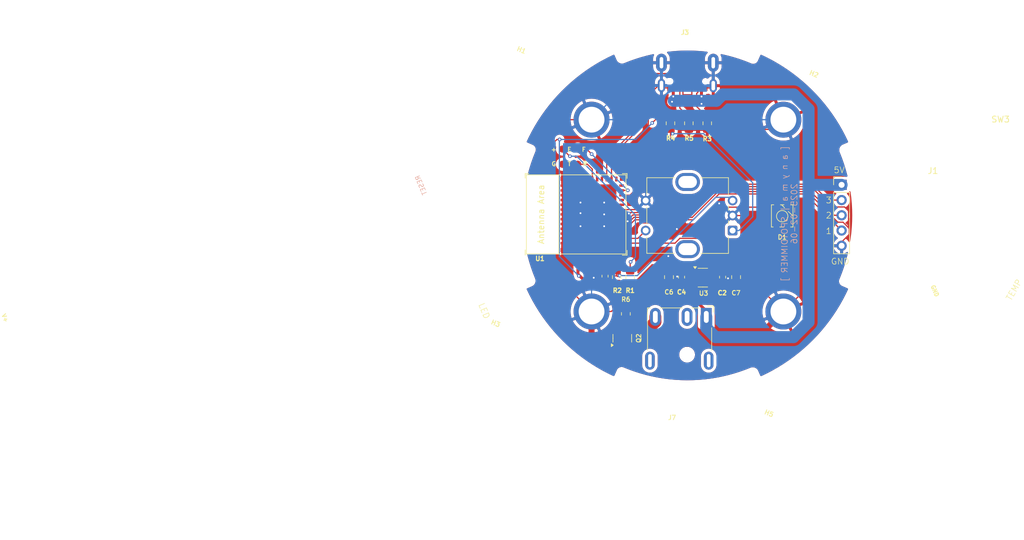
<source format=kicad_pcb>
(kicad_pcb (version 20240108) (generator "pcbnew") (generator_version "8.0")
  (layers (0 "F.Cu" signal) (31 "B.Cu" signal) (34 "B.Paste" user) (35 "F.Paste" user) (36 "B.SilkS" user "B.Silkscreen") (37 "F.SilkS" user "F.Silkscreen") (38 "B.Mask" user) (39 "F.Mask" user) (44 "Edge.Cuts" user))
  (net 0 "")
  (net 1 "GND")
  (net 2 "/en")
  (net 3 "/encb")
  (net 4 "+3V3")
  (net 5 "+5V")
  (net 6 "/pwm")
  (net 7 "/rx")
  (net 8 "/tx")
  (net 9 "/flash")
  (net 10 "/usb+")
  (net 11 "/usb-")
  (net 13 "Net-(J3-CC1)")
  (net 14 "Net-(J3-CC2)")
  (net 16 "/enca")
  (net 18 "/pix")
  (net 19 "/pwm2")
  (net 32 "/pwm3")
  (net 36 "/sw")
  (net 40 "Net-(Q2-D)")
  (net 41 "Net-(Q2-G)")
  (footprint "Anyma06:SK6812-MINI-HS" (layer "F.Cu") (at 204.05 84.024 90)
    (property "Reference" "D1")
    (property "Value" "SK6812MINI")
  )
  (footprint "Connector_PinHeader_2.54mm:PinHeader_1x05_P2.54mm_Vertical" (layer "F.Cu") (at 213.962 78.796)
    (property "Reference" "J1")
    (property "Value" "Conn_01x05")
  )
  (footprint "PCM_Espressif:ESP32-C3-MINI-1" (layer "F.Cu") (at 169.68 83.7236 90)
    (property "Reference" "U1")
    (property "Value" "ESP32-C3-MINI-1")
  )
  (footprint "Capacitor_SMD:C_0805_2012Metric" (layer "F.Cu") (at 196.362499 94.1865 -90)
    (property "Reference" "C7")
    (property "Value" "4u7")
  )
  (footprint "MountingHole:MountingHole_4.3mm_M4_DIN965_Pad" (layer "F.Cu") (at 172.25 99.924 -22.5)
    (property "Reference" "H3")
    (property "Value" "MountingHole")
  )
  (footprint "synkie_footprints:R_0805_2012Metric_Pad1.15x1.40mm_HandSolder" (layer "F.Cu") (at 188.482577 68.524 -90)
    (property "Reference" "R5")
    (property "Value" "5k1")
  )
  (footprint "MountingHole:MountingHole_4.3mm_M4_DIN965_Pad" (layer "F.Cu") (at 204.25 99.924 -22.5)
    (property "Reference" "H5")
    (property "Value" "MountingHole")
  )
  (footprint "Package_TO_SOT_SMD:SOT-23-5" (layer "F.Cu") (at 190.812499 94.274)
    (property "Reference" "U3")
    (property "Value" "XC6220B331MR")
  )
  (footprint "Capacitor_SMD:C_0805_2012Metric" (layer "F.Cu") (at 185.162499 94.1865 90)
    (property "Reference" "C6")
    (property "Value" "10u")
  )
  (footprint "synkie_footprints:R_0805_2012Metric_Pad1.15x1.40mm_HandSolder" (layer "F.Cu") (at 178.6925 94.1865 90)
    (property "Reference" "R1")
    (property "Value" "5k1")
  )
  (footprint "synkie_footprints:R_0805_2012Metric_Pad1.15x1.40mm_HandSolder" (layer "F.Cu") (at 176.4425 94.1865 90)
    (property "Reference" "R2")
    (property "Value" "5k1")
  )
  (footprint "Anyma06:AnymaPOGO-ESP" (layer "F.Cu") (at 169.950001 77.904)
    (property "Reference" "J2" (hide yes))
    (property "Value" "Conn_01x06")
  )
  (footprint "Resistor_SMD:R_0805_2012Metric" (layer "F.Cu") (at 177.97 100.314 90)
    (property "Reference" "R6")
    (property "Value" "5k1")
  )
  (footprint "synkie_footprints:C_0603_1608Metric_Pad1.05x0.95mm_HandSolder" (layer "F.Cu") (at 194.112498 94.1865 -90)
    (property "Reference" "C2")
    (property "Value" "100n")
  )
  (footprint "Connector_BarrelJack:BarrelJack_CUI_PJ-079BH_Horizontal" (layer "F.Cu") (at 191.387501 100.824)
    (property "Reference" "J7")
    (property "Value" "supply")
  )
  (footprint "synkie_footprints:JAE_USB-C_SJ122205" (layer "F.Cu") (at 188.23 61.524 180)
    (property "Reference" "J3")
    (property "Value" "USB_C_Receptacle_USB2.0")
  )
  (footprint "MountingHole:MountingHole_4.3mm_M4_DIN965_Pad" (layer "F.Cu") (at 204.25 67.924 -22.5)
    (property "Reference" "H2")
    (property "Value" "MountingHole")
  )
  (footprint "synkie_footprints:C_0603_1608Metric_Pad1.05x0.95mm_HandSolder" (layer "F.Cu") (at 174.5 94.024 -90)
    (property "Reference" "C1" (hide yes))
    (property "Value" "1u")
  )
  (footprint "Package_TO_SOT_SMD:SOT-23" (layer "F.Cu") (at 177.377501 104.384 90)
    (property "Reference" "Q2")
    (property "Value" "IRLML0030TRPBF")
  )
  (footprint "synkie_footprints:R_0805_2012Metric_Pad1.15x1.40mm_HandSolder" (layer "F.Cu") (at 191.55 68.524 -90)
    (property "Reference" "R3")
    (property "Value" "5k1")
  )
  (footprint "synkie_footprints:R_0805_2012Metric_Pad1.15x1.40mm_HandSolder" (layer "F.Cu") (at 185.415155 68.524 -90)
    (property "Reference" "R4")
    (property "Value" "5k1")
  )
  (footprint "synkie_footprints:C_0603_1608Metric_Pad1.05x0.95mm_HandSolder" (layer "F.Cu") (at 187.2625 94.1865 90)
    (property "Reference" "C4")
    (property "Value" "100n")
  )
  (footprint "MountingHole:MountingHole_4.3mm_M4_DIN965_Pad" (layer "F.Cu") (at 172.25 67.924 -22.5)
    (property "Reference" "H1")
    (property "Value" "MountingHole")
  )
  (footprint "Rotary_Encoder:RotaryEncoder_Bourns_Vertical_PEC12R-3x17F-Sxxxx" (layer "F.Cu") (at 195.7756 86.416 180)
    (property "Reference" "SW3")
    (property "Value" "RotaryEncoder_Switch")
  )
  (gr_line (start 160.901333 96.243348) (end 160.897404 96.246156) (stroke (width 0.0001)) (layer "Edge.Cuts"))
  (gr_arc (start 214.105632 73.180059) (mid 216.237005 83.895195) (end 214.105632 94.610331) (stroke (width 0.0001)) (layer "Edge.Cuts"))
  (gr_line (start 162.233599 72.585117) (end 161.056779 72.061164) (stroke (width 0.0001)) (layer "Edge.Cuts"))
  (gr_arc (start 161.056779 72.061164) (mid 160.874499 71.869073) (end 160.881412 71.604337) (stroke (width 0.0001)) (layer "Edge.Cuts"))
  (gr_arc (start 176.926926 109.898605) (mid 177.121328 109.709412) (end 177.392577 109.706258) (stroke (width 0.0001)) (layer "Edge.Cuts"))
  (gr_arc (start 215.572677 71.547041) (mid 215.534705 71.89478) (end 215.281347 72.135981) (stroke (width 0.0001)) (layer "Edge.Cuts"))
  (gr_arc (start 160.901333 96.243348) (mid 160.939292 95.895606) (end 161.192652 95.654414) (stroke (width 0.0001)) (layer "Edge.Cuts"))
  (gr_arc (start 160.872192 71.600195) (mid 166.930406 62.775803) (end 175.700993 56.63995) (stroke (width 0.0001)) (layer "Edge.Cuts"))
  (gr_line (start 176.875445 57.765396) (end 176.475658 56.845949) (stroke (width 0.0001)) (layer "Edge.Cuts"))
  (gr_line (start 199.598565 110.024994) (end 199.996219 110.939536) (stroke (width 0.0001)) (layer "Edge.Cuts"))
  (gr_arc (start 199.547079 57.891797) (mid 199.352677 58.080992) (end 199.081433 58.084133) (stroke (width 0.0001)) (layer "Edge.Cuts"))
  (gr_arc (start 162.371471 94.60905) (mid 160.240442 83.824455) (end 162.425943 73.050767) (stroke (width 0.0001)) (layer "Edge.Cuts"))
  (gr_line (start 215.601818 96.190195) (end 215.592598 96.186052) (stroke (width 0.0001)) (layer "Edge.Cuts"))
  (gr_arc (start 176.402973 111.075424) (mid 176.210881 111.257708) (end 175.946148 111.250788) (stroke (width 0.0001)) (layer "Edge.Cuts"))
  (gr_arc (start 198.95003 109.7608) (mid 188.165863 111.891505) (end 177.392664 109.70602) (stroke (width 0.0001)) (layer "Edge.Cuts"))
  (gr_line (start 160.872192 71.600195) (end 160.881412 71.604337) (stroke (width 0.0001)) (layer "Edge.Cuts"))
  (gr_line (start 175.942005 111.260008) (end 175.946148 111.250788) (stroke (width 0.0001)) (layer "Edge.Cuts"))
  (gr_line (start 215.572677 71.547041) (end 215.576606 71.544234) (stroke (width 0.0001)) (layer "Edge.Cuts"))
  (gr_arc (start 177.521869 58.026568) (mid 188.237005 55.895195) (end 198.952141 58.026568) (stroke (width 0.0001)) (layer "Edge.Cuts"))
  (gr_arc (start 175.942005 111.260008) (mid 167.11761 105.201795) (end 160.98176 96.431207) (stroke (width 0.0001)) (layer "Edge.Cuts"))
  (gr_arc (start 175.888852 56.559523) (mid 176.234198 56.596319) (end 176.475658 56.845949) (stroke (width 0.0001)) (layer "Edge.Cuts"))
  (gr_arc (start 198.952141 109.763822) (mid 199.328793 109.762159) (end 199.598565 110.024994) (stroke (width 0.0001)) (layer "Edge.Cuts"))
  (gr_arc (start 215.417226 95.729224) (mid 215.59951 95.921316) (end 215.592598 96.186052) (stroke (width 0.0001)) (layer "Edge.Cuts"))
  (gr_arc (start 175.700993 56.63995) (mid 175.793447 56.597615) (end 175.886044 56.555594) (stroke (width 0.0001)) (layer "Edge.Cuts"))
  (gr_arc (start 200.532005 56.530382) (mid 209.356399 62.588595) (end 215.49225 71.359183) (stroke (width 0.0001)) (layer "Edge.Cuts"))
  (gr_line (start 200.532005 56.530382) (end 200.527863 56.539602) (stroke (width 0.0001)) (layer "Edge.Cuts"))
  (gr_arc (start 214.048067 94.739623) (mid 214.074707 94.674026) (end 214.105858 94.610448) (stroke (width 0.0001)) (layer "Edge.Cuts"))
  (gr_arc (start 215.601818 96.190195) (mid 209.543606 105.014591) (end 200.773017 111.15044) (stroke (width 0.0001)) (layer "Edge.Cuts"))
  (gr_line (start 176.926925 109.898605) (end 176.402973 111.075424) (stroke (width 0.0001)) (layer "Edge.Cuts"))
  (gr_line (start 214.366804 72.533635) (end 215.281347 72.135981) (stroke (width 0.0001)) (layer "Edge.Cuts"))
  (gr_line (start 162.107284 95.256721) (end 161.192652 95.654414) (stroke (width 0.0001)) (layer "Edge.Cuts"))
  (gr_line (start 200.585159 111.230867) (end 200.587966 111.234796) (stroke (width 0.0001)) (layer "Edge.Cuts"))
  (gr_arc (start 177.521869 58.026568) (mid 177.145212 58.028238) (end 176.875445 57.765396) (stroke (width 0.0001)) (layer "Edge.Cuts"))
  (gr_line (start 199.547079 57.891797) (end 200.071012 56.715024) (stroke (width 0.0001)) (layer "Edge.Cuts"))
  (gr_arc (start 215.49225 71.359183) (mid 215.534585 71.451637) (end 215.576606 71.544234) (stroke (width 0.0001)) (layer "Edge.Cuts"))
  (gr_line (start 175.888852 56.559523) (end 175.886044 56.555594) (stroke (width 0.0001)) (layer "Edge.Cuts"))
  (gr_arc (start 162.233599 72.585117) (mid 162.422795 72.77952) (end 162.425943 73.050767) (stroke (width 0.0001)) (layer "Edge.Cuts"))
  (gr_line (start 214.240407 95.20527) (end 215.417226 95.729224) (stroke (width 0.0001)) (layer "Edge.Cuts"))
  (gr_arc (start 200.071012 56.715024) (mid 200.263115 56.532697) (end 200.527863 56.539602) (stroke (width 0.0001)) (layer "Edge.Cuts"))
  (gr_arc (start 162.368378 94.610331) (mid 162.370068 94.986939) (end 162.107284 95.256721) (stroke (width 0.0001)) (layer "Edge.Cuts"))
  (gr_arc (start 200.773017 111.15044) (mid 200.680563 111.192775) (end 200.587966 111.234796) (stroke (width 0.0001)) (layer "Edge.Cuts"))
  (gr_arc (start 199.081433 58.084133) (mid 199.015839 58.057492) (end 198.952263 58.02634) (stroke (width 0.0001)) (layer "Edge.Cuts"))
  (gr_arc (start 200.585159 111.230867) (mid 200.237421 111.192895) (end 199.996219 110.939536) (stroke (width 0.0001)) (layer "Edge.Cuts"))
  (gr_arc (start 214.240407 95.20527) (mid 214.051215 95.010869) (end 214.048067 94.739623) (stroke (width 0.0001)) (layer "Edge.Cuts"))
  (gr_arc (start 160.98176 96.431207) (mid 160.939425 96.338753) (end 160.897404 96.246156) (stroke (width 0.0001)) (layer "Edge.Cuts"))
  (gr_arc (start 214.105632 73.180059) (mid 214.103968 72.803408) (end 214.366804 72.533635) (stroke (width 0.0001)) (layer "Edge.Cuts"))
  (gr_text "RESET" (at 143.55 77.024 112.5) (layer "B.SilkS") (effects (font (size 0.76 0.76) (thickness 0.1)) (justify left bottom mirror)))
  (gr_text "[ a n y m a | SPOTDIMMER ]\n2025-02-06\n" (at 206.6468 83.622 90) (layer "B.SilkS") (effects (font (size 1 1) (thickness 0.1)) (justify bottom mirror)))
  (gr_text "GND" (at 228.7448 95.6108 -67.5) (layer "F.SilkS") (effects (font (size 0.65 0.65) (thickness 1)) (justify left bottom)))
  (gr_text "3" (at 211.2696 81.9456 0) (layer "F.SilkS") (effects (font (size 1 1) (thickness 0.1)) (justify left bottom)))
  (gr_text "GND" (at 212.1332 92.1564 0) (layer "F.SilkS") (effects (font (size 1 1) (thickness 0.1)) (justify left bottom)))
  (gr_text "1" (at 211.2696 87.0764 0) (layer "F.SilkS") (effects (font (size 1 1) (thickness 0.1)) (justify left bottom)))
  (gr_text "LED" (at 153.25 98.724 -67.5) (layer "F.SilkS") (effects (font (size 1 1) (thickness 0.1)) (justify left bottom)))
  (gr_text "TEMP" (at 242.25 98.324 60) (layer "F.SilkS") (effects (font (size 1 1) (thickness 0.1)) (justify left bottom)))
  (gr_text "5V" (at 212.5904 76.9164 0) (layer "F.SilkS") (effects (font (size 1 1) (thickness 0.1)) (justify left bottom)))
  (gr_text "2" (at 211.2696 84.4856 0) (layer "F.SilkS") (effects (font (size 1 1) (thickness 0.1)) (justify left bottom)))
  (gr_text "V+" (at 73.75 100.424 -67.5) (layer "F.SilkS") (effects (font (size 0.65 0.65) (thickness 1)) (justify left bottom)))
  (segment (start 202.624999 69.549001) (end 204.25 67.924) (width 0.2) (layer "F.Cu") (net 1))
  (segment (start 199.4625 95.1365) (end 204.25 99.924) (width 0.2) (layer "F.Cu") (net 1))
  (segment (start 174.5 94.899) (end 173.2198 94.899) (width 0.2) (layer "F.Cu") (net 1))
  (segment (start 184.309999 62.624) (end 183.909999 62.224) (width 0.2) (layer "F.Cu") (net 1))
  (segment (start 204.25 99.924) (end 213.962 90.212) (width 0.2) (layer "F.Cu") (net 1))
  (segment (start 178.327501 105.3215) (end 178.327501 108.385299) (width 1) (layer "F.Cu") (net 1))
  (segment (start 176.38 87.7236) (end 175.3148 86.6584) (width 0.2) (layer "F.Cu") (net 1))
  (segment (start 177.132 108.385299) (end 178.363615 108.385299) (width 1) (layer "F.Cu") (net 1))
  (segment (start 214.4516 82.486) (end 212.260314 82.486) (width 0.2) (layer "F.Cu") (net 1))
  (segment (start 191.33 62.623999) (end 192.175001 62.623999) (width 0.2) (layer "F.Cu") (net 1))
  (segment (start 178.51278 84.6236) (end 178.26278 84.8736) (width 0.2) (layer "F.Cu") (net 1))
  (segment (start 189.2224 73.4692) (end 188.482577 72.729377) (width 0.2) (layer "F.Cu") (net 1))
  (segment (start 172.380001 85.6986) (end 172.38 85.698601) (width 0.2) (layer "F.Cu") (net 1))
  (segment (start 189.052658 84.2188) (end 179.306974 84.2188) (width 0.2) (layer "F.Cu") (net 1))
  (segment (start 187.1875 93.2365) (end 187.2625 93.3115) (width 0.2) (layer "F.Cu") (net 1))
  (segment (start 195.0136 94.3916) (end 194.782398 94.3916) (width 0.2) (layer "F.Cu") (net 1))
  (segment (start 192.175001 62.623999) (end 192.55 62.249) (width 0.2) (layer "F.Cu") (net 1))
  (segment (start 188.482577 72.729377) (end 188.482577 69.549001) (width 0.2) (layer "F.Cu") (net 1))
  (segment (start 193.355458 79.916) (end 189.052658 84.2188) (width 0.2) (layer "F.Cu") (net 1))
  (segment (start 178.5036 97.4904) (end 177.973345 97.4904) (width 0.2) (layer "F.Cu") (net 1))
  (segment (start 189.674999 94.274) (end 189.487799 94.0868) (width 0.2) (layer "F.Cu") (net 1))
  (segment (start 196.3625 95.1365) (end 194.187498 95.1365) (width 0.2) (layer "F.Cu") (net 1))
  (segment (start 177.330001 77.773601) (end 177.880001 77.773601) (width 0.2) (layer "F.Cu") (net 1))
  (segment (start 167.430001 95.104001) (end 172.25 99.924) (width 0.2) (layer "F.Cu") (net 1))
  (segment (start 177.28 89.6236) (end 177.33 89.6736) (width 0.2) (layer "F.Cu") (net 1))
  (segment (start 164.870001 75.364) (end 163.476001 73.97) (width 0.2) (layer "F.Cu") (net 1))
  (segment (start 175.539745 99.924) (end 172.25 99.924) (width 0.2) (layer "F.Cu") (net 1))
  (segment (start 213.962 88.956) (end 213.962 88.324738) (width 0.2) (layer "F.Cu") (net 1))
  (segment (start 177.28 86.923598) (end 175.579998 86.923598) (width 0.2) (layer "F.Cu") (net 1))
  (segment (start 178.622049 83.4188) (end 178.467249 83.5736) (width 0.2) (layer "F.Cu") (net 1))
  (segment (start 191.55 69.549001) (end 202.624999 69.549001) (width 0.2) (layer "F.Cu") (net 1))
  (segment (start 163.476001 73.97) (end 163.476001 71.369999) (width 0.2) (layer "F.Cu") (net 1))
  (segment (start 181.2756 81.416) (end 189.2224 73.4692) (width 0.2) (layer "F.Cu") (net 1))
  (segment (start 215.232 86.059654) (end 215.105373 85.933027) (width 0.2) (layer "F.Cu") (net 1))
  (segment (start 179.306974 84.2188) (end 178.902174 84.6236) (width 0.2) (layer "F.Cu") (net 1))
  (segment (start 215.105373 85.933027) (end 214.198346 85.026) (width 0.2) (layer "F.Cu") (net 1))
  (segment (start 189.674999 94.274) (end 188.225 94.274) (width 0.2) (layer "F.Cu") (net 1))
  (segment (start 169.179999 89.6236) (end 167.479999 89.6236) (width 0.2) (layer "F.Cu") (net 1))
  (segment (start 167.430001 77.773602) (end 167.430001 95.104001) (width 0.2) (layer "F.Cu") (net 1))
  (segment (start 191.55 69.549001) (end 188.482577 69.549001) (width 0.2) (layer "F.Cu") (net 1))
  (segment (start 181.439914 105.309) (end 198.865 105.309) (width 1) (layer "F.Cu") (net 1))
  (segment (start 213.962 90.212) (end 213.962 88.956) (width 0.2) (layer "F.Cu") (net 1))
  (segment (start 195.7756 83.916) (end 203.248002 83.916) (width 0.2) (layer "F.Cu") (net 1))
  (segment (start 167.430001 77.075472) (end 167.430001 77.773602) (width 0.2) (layer "F.Cu") (net 1))
  (segment (start 179.926 85.146) (end 187.9016 85.146) (width 0.2) (layer "F.Cu") (net 1))
  (segment (start 215.112 83.1464) (end 214.4516 82.486) (width 0.2) (layer "F.Cu") (net 1))
  (segment (start 212.260314 82.486) (end 208.868714 79.0944) (width 0.2) (layer "F.Cu") (net 1))
  (segment (start 166.922 67.924) (end 172.25 67.924) (width 0.2) (layer "F.Cu") (net 1))
  (segment (start 176.444499 108.385299) (end 172.25 104.1908) (width 1) (layer "F.Cu") (net 1))
  (segment (start 177.880001 77.773601) (end 181.722225 73.931377) (width 0.2) (layer "F.Cu") (net 1))
  (segment (start 170.404999 83.5204) (end 170.404999 85.6986) (width 0.2) (layer "F.Cu") (net 1))
  (segment (start 165.718529 75.364) (end 167.430001 77.075472) (width 0.2) (layer "F.Cu") (net 1))
  (segment (start 193.045686 79.0944) (end 188.721286 83.4188) (width 0.2) (layer "F.Cu") (net 1))
  (segment (start 204.94 82.224002) (end 211.671998 88.956) (width 0.2) (layer "F.Cu") (net 1))
  (segment (start 214.198346 85.026) (end 213.327114 85.026) (width 0.2) (layer "F.Cu") (net 1))
  (segment (start 213.962 88.324738) (end 215.232 87.054738) (width 0.2) (layer "F.Cu") (net 1))
  (segment (start 211.671998 88.956) (end 213.962 88.956) (width 0.2) (layer "F.Cu") (net 1))
  (segment (start 177.132 108.385299) (end 176.444499 108.385299) (width 1) (layer "F.Cu") (net 1))
  (segment (start 176.38 89.6236) (end 176.38 87.7236) (width 0.2) (layer "F.Cu") (net 1))
  (segment (start 183.409999 62.224) (end 183.909999 62.224) (width 0.2) (layer "F.Cu") (net 1))
  (segment (start 167.48 83.7236) (end 174.355 83.7236) (width 0.2) (layer "F.Cu") (net 1))
  (segment (start 208.868714 79.0944) (end 193.045686 79.0944) (width 0.2) (layer "F.Cu") (net 1))
  (segment (start 185.162498 93.2365) (end 187.1875 93.2365) (width 0.2) (layer "F.Cu") (net 1))
  (segment (start 188.225 94.274) (end 187.2625 93.3115) (width 0.2) (layer "F.Cu") (net 1))
  (segment (start 187.9016 85.146) (end 186.8856 86.162) (width 0.2) (layer "F.Cu") (net 1))
  (segment (start 164.870001 75.364) (end 165.718529 75.364) (width 0.2) (layer "F.Cu") (net 1))
  (segment (start 189.487799 94.0868) (end 186.53 94.0868) (width 0.2) (layer "F.Cu") (net 1))
  (segment (start 170.404999 81.7486) (end 170.404999 83.5204) (width 0.2) (layer "F.Cu") (net 1))
  (segment (start 167.479999 89.6236) (end 167.430001 89.673598) (width 0.2) (layer "F.Cu") (net 1))
  (segment (start 178.327501 108.385299) (end 177.132 108.385299) (width 1) (layer "F.Cu") (net 1))
  (segment (start 175.3148 86.6584) (end 174.355 85.6986) (width 0.2) (layer "F.Cu") (net 1))
  (segment (start 172.25 104.1908) (end 172.25 99.924) (width 1) (layer "F.Cu") (net 1))
  (segment (start 208.217114 79.916) (end 193.355458 79.916) (width 0.2) (layer "F.Cu") (net 1))
  (segment (start 177.28 86.923598) (end 178.148402 86.923598) (width 0.2) (layer "F.Cu") (net 1))
  (segment (start 198.865 105.309) (end 204.25 99.924) (width 1) (layer "F.Cu") (net 1))
  (segment (start 194.782398 94.3916) (end 194.112498 95.0615) (width 0.2) (layer "F.Cu") (net 1))
  (segment (start 172.380001 81.748601) (end 172.380001 85.6986) (width 0.2) (layer "F.Cu") (net 1))
  (segment (start 185.162498 93.2365) (end 182.7575 93.2365) (width 0.2) (layer "F.Cu") (net 1))
  (segment (start 182.7575 93.2365) (end 178.5036 97.4904) (width 0.2) (layer "F.Cu") (net 1))
  (segment (start 181.722225 63.911774) (end 183.409999 62.224) (width 0.2) (layer "F.Cu") (net 1))
  (segment (start 163.476001 71.369999) (end 166.922 67.924) (width 0.2) (layer "F.Cu") (net 1))
  (segment (start 194.187498 95.1365) (end 194.112498 95.0615) (width 0.2) (layer "F.Cu") (net 1))
  (segment (start 178.148402 86.923598) (end 179.926 85.146) (width 0.2) (layer "F.Cu") (net 1))
  (segment (start 178.902174 84.6236) (end 178.51278 84.6236) (width 0.2) (layer "F.Cu") (net 1))
  (segment (start 185.130001 62.624) (end 184.309999 62.624) (width 0.2) (layer "F.Cu") (net 1))
  (segment (start 186.8856 86.162) (end 186.4792 86.162) (width 0.2) (layer "F.Cu") (net 1))
  (segment (start 176.38 89.6236) (end 177.28 89.6236) (width 0.2) (layer "F.Cu") (net 1))
  (segment (start 215.105373 85.933027) (end 215.112 85.9264) (width 0.2) (layer "F.Cu") (net 1))
  (segment (start 174.355 83.7236) (end 174.355 85.6986) (width 0.2) (layer "F.Cu") (net 1))
  (segment (start 215.232 87.054738) (end 215.232 86.059654) (width 0.2) (layer "F.Cu") (net 1))
  (segment (start 177.973345 97.4904) (end 175.539745 99.924) (width 0.2) (layer "F.Cu") (net 1))
  (segment (start 203.248002 83.916) (end 204.94 82.224002) (width 0.2) (layer "F.Cu") (net 1))
  (segment (start 196.3625 95.1365) (end 199.4625 95.1365) (width 0.2) (layer "F.Cu") (net 1))
  (segment (start 215.112 85.9264) (end 215.112 83.1464) (width 0.2) (layer "F.Cu") (net 1))
  (segment (start 173.2198 94.899) (end 172.6108 94.29) (width 0.2) (layer "F.Cu") (net 1))
  (segment (start 213.327114 85.026) (end 208.217114 79.916) (width 0.2) (layer "F.Cu") (net 1))
  (segment (start 178.363615 108.385299) (end 181.439914 105.309) (width 1) (layer "F.Cu") (net 1))
  (segment (start 174.355 81.748598) (end 174.355 85.6986) (width 0.2) (layer "F.Cu") (net 1))
  (segment (start 188.721286 83.4188) (end 178.622049 83.4188) (width 0.2) (layer "F.Cu") (net 1))
  (segment (start 181.722225 73.931377) (end 181.722225 63.911774) (width 0.2) (layer "F.Cu") (net 1))
  (segment (start 175.579998 86.923598) (end 175.3148 86.6584) (width 0.2) (layer "F.Cu") (net 1))
  (via (at 170.404999 81.7486) (size 0.6) (drill 0.3) (layers "F.Cu" "B.Cu") (net 1))
  (via (at 195.0136 94.3916) (size 0.6) (drill 0.3) (layers "F.Cu" "B.Cu") (net 1))
  (via (at 186.4792 86.162) (size 0.6) (drill 0.3) (layers "F.Cu" "B.Cu") (net 1))
  (via (at 178.467249 83.5736) (size 0.6) (drill 0.3) (layers "F.Cu" "B.Cu") (net 1))
  (via (at 174.355 83.7236) (size 0.6) (drill 0.3) (layers "F.Cu" "B.Cu") (net 1))
  (via (at 178.26278 84.8736) (size 0.6) (drill 0.3) (layers "F.Cu" "B.Cu") (net 1))
  (via (at 170.404999 83.5204) (size 0.6) (drill 0.3) (layers "F.Cu" "B.Cu") (net 1))
  (via (at 174.355 81.748598) (size 0.6) (drill 0.3) (layers "F.Cu" "B.Cu") (net 1))
  (via (at 193.5404 81.8948) (size 0.6) (drill 0.3) (layers "F.Cu" "B.Cu") (net 1))
  (via (at 185.0568 90.6832) (size 0.6) (drill 0.3) (layers "F.Cu" "B.Cu") (net 1))
  (via (at 170.404999 85.6986) (size 0.6) (drill 0.3) (layers "F.Cu" "B.Cu") (net 1))
  (via (at 186.53 94.0868) (size 0.6) (drill 0.3) (layers "F.Cu" "B.Cu") (net 1))
  (via (at 174.355 85.6986) (size 0.6) (drill 0.3) (layers "F.Cu" "B.Cu") (net 1))
  (via (at 172.6108 94.29) (size 0.6) (drill 0.3) (layers "F.Cu" "B.Cu") (net 1))
  (segment (start 183.91 62.223999) (end 183.909999 62.224) (width 0.2) (layer "B.Cu") (net 1))
  (segment (start 182.039689 67.2136) (end 182.166689 67.0866) (width 0.2) (layer "B.Cu") (net 1))
  (segment (start 172.6108 94.29) (end 172.6108 94.7472) (width 0.2) (layer "B.Cu") (net 1))
  (segment (start 186.0216 86.162) (end 181.2756 81.416) (width 0.2) (layer "B.Cu") (net 1))
  (segment (start 177.77318 84.384) (end 178.26278 84.8736) (width 0.2) (layer "B.Cu") (net 1))
  (segment (start 183.909999 66.625599) (end 185.2084 67.924) (width 0.2) (layer "B.Cu") (net 1))
  (segment (start 181.6024 67.2136) (end 182.039689 67.2136) (width 0.2) (layer "B.Cu") (net 1))
  (segment (start 174.5412 84.2316) (end 174.3888 84.384) (width 0.2) (layer "B.Cu") (net 1))
  (segment (start 192.55 58.424) (end 183.91 58.424) (width 0.2) (layer "B.Cu") (net 1))
  (segment (start 181.2756 72.244889) (end 181.2756 81.416) (width 0.2) (layer "B.Cu") (net 1))
  (segment (start 185.2084 67.924) (end 204.25 67.924) (width 0.2) (layer "B.Cu") (net 1))
  (segment (start 194.8104 94.1884) (end 195.0136 94.3916) (width 0.2) (layer "B.Cu") (net 1))
  (segment (start 180.892 67.924) (end 181.6024 67.2136) (width 0.2) (layer "B.Cu") (net 1))
  (segment (start 174.5412 92.8168) (end 174.5412 84.2316) (width 0.2) (layer "B.Cu") (net 1))
  (segment (start 186.53 94.0868) (end 186.6316 94.1884) (width 0.2) (layer "B.Cu") (net 1))
  (segment (start 175.1762 83.5966) (end 174.482 83.5966) (width 0.2) (layer "B.Cu") (net 1))
  (segment (start 172.6108 94.7472) (end 172.4838 94.8742) (width 0.2) (layer "B.Cu") (net 1))
  (segment (start 186.4792 86.162) (end 186.0216 86.162) (width 0.2) (layer "B.Cu") (net 1))
  (segment (start 186.6316 94.1884) (end 194.8104 94.1884) (width 0.2) (layer "B.Cu") (net 1))
  (segment (start 172.25 67.924) (end 181.75 58.424) (width 0.2) (layer "B.Cu") (net 1))
  (segment (start 175.2778 83.495) (end 175.6068 83.166) (width 0.2) (layer "B.Cu") (net 1))
  (segment (start 184.371 67.0866) (end 184.371 69.149489) (width 0.2) (layer "B.Cu") (net 1))
  (segment (start 172.4838 94.8742) (end 172.25 95.108) (width 0.2) (layer "B.Cu") (net 1))
  (segment (start 175.6068 83.166) (end 178.059649 83.166) (width 0.2) (layer "B.Cu") (net 1))
  (segment (start 172.4838 94.8742) (end 174.5412 92.8168) (width 0.2) (layer "B.Cu") (net 1))
  (segment (start 184.371 69.149489) (end 181.2756 72.244889) (width 0.2) (layer "B.Cu") (net 1))
  (segment (start 175.2778 83.495) (end 174.5412 84.2316) (width 0.2) (layer "B.Cu") (net 1))
  (segment (start 174.3888 84.384) (end 177.77318 84.384) (width 0.2) (layer "B.Cu") (net 1))
  (segment (start 182.166689 67.0866) (end 184.371 67.0866) (width 0.2) (layer "B.Cu") (net 1))
  (segment (start 172.25 67.924) (end 180.892 67.924) (width 0.2) (layer "B.Cu") (net 1))
  (segment (start 172.25 95.108) (end 172.25 99.924) (width 0.2) (layer "B.Cu") (net 1))
  (segment (start 181.75 58.424) (end 183.91 58.424) (width 0.2) (layer "B.Cu") (net 1))
  (segment (start 192.55 58.424) (end 192.55 62.249) (width 0.2) (layer "B.Cu") (net 1))
  (segment (start 178.059649 83.166) (end 178.467249 83.5736) (width 0.2) (layer "B.Cu") (net 1))
  (segment (start 183.909999 62.224) (end 183.909999 66.625599) (width 0.2) (layer "B.Cu") (net 1))
  (segment (start 175.2778 83.495) (end 175.1762 83.5966) (width 0.2) (layer "B.Cu") (net 1))
  (segment (start 174.482 83.5966) (end 174.355 83.7236) (width 0.2) (layer "B.Cu") (net 1))
  (segment (start 183.91 58.424) (end 183.91 62.223999) (width 0.2) (layer "B.Cu") (net 1))
  (segment (start 168.6068 74.0208) (end 168.6484 74.0208) (width 0.2) (layer "F.Cu") (net 2))
  (segment (start 177.8175 92.286499) (end 175.362501 92.286499) (width 0.2) (layer "F.Cu") (net 2))
  (segment (start 175.362501 92.286499) (end 174.5 93.149) (width 0.2) (layer "F.Cu") (net 2))
  (segment (start 178.6925 91.7135) (end 178.7576 91.6484) (width 0.2) (layer "F.Cu") (net 2))
  (segment (start 167.41 72.824) (end 168.6068 74.0208) (width 0.2) (layer "F.Cu") (net 2))
  (segment (start 178.6925 93.161499) (end 178.6925 91.7135) (width 0.2) (layer "F.Cu") (net 2))
  (segment (start 173.979999 89.623598) (end 173.979999 92.628999) (width 0.2) (layer "F.Cu") (net 2))
  (segment (start 173.979999 92.628999) (end 174.5 93.149) (width 0.2) (layer "F.Cu") (net 2))
  (segment (start 178.6925 93.161499) (end 177.8175 92.286499) (width 0.2) (layer "F.Cu") (net 2))
  (via (at 168.6484 74.0208) (size 0.6) (drill 0.3) (layers "F.Cu" "B.Cu") (net 2))
  (via (at 178.7576 91.6484) (size 0.6) (drill 0.3) (layers "F.Cu" "B.Cu") (net 2))
  (segment (start 179.5704 83.8252) (end 169.766 74.0208) (width 0.2) (layer "B.Cu") (net 2))
  (segment (start 169.766 74.0208) (end 168.6484 74.0208) (width 0.2) (layer "B.Cu") (net 2))
  (segment (start 179.5704 90.8356) (end 179.5704 83.8252) (width 0.2) (layer "B.Cu") (net 2))
  (segment (start 178.7576 91.6484) (end 179.5704 90.8356) (width 0.2) (layer "B.Cu") (net 2))
  (segment (start 176.4425 93.9561) (end 176.4604 93.974) (width 0.2) (layer "F.Cu") (net 3))
  (segment (start 176.4425 93.161499) (end 176.4425 93.9561) (width 0.2) (layer "F.Cu") (net 3))
  (segment (start 176.5732 94.0868) (end 176.4604 93.974) (width 0.2) (layer "F.Cu") (net 3))
  (segment (start 171.58 91.5828) (end 171.58 89.623601) (width 0.2) (layer "F.Cu") (net 3))
  (segment (start 176.4604 93.974) (end 173.9712 93.974) (width 0.2) (layer "F.Cu") (net 3))
  (segment (start 173.9712 93.974) (end 171.58 91.5828) (width 0.2) (layer "F.Cu") (net 3))
  (segment (start 176.4425 93.4481) (end 176.9288 93.9344) (width 0.2) (layer "F.Cu") (net 3))
  (segment (start 176.4425 93.161499) (end 176.4425 93.4481) (width 0.2) (layer "F.Cu") (net 3))
  (via (at 176.9288 93.9344) (size 0.6) (drill 0.3) (layers "F.Cu" "B.Cu") (net 3))
  (segment (start 195.2384 80.8788) (end 195.7756 81.416) (width 0.2) (layer "B.Cu") (net 3))
  (segment (start 176.9288 93.9344) (end 179.8752 93.9344) (width 0.2) (layer "B.Cu") (net 3))
  (segment (start 192.9308 80.8788) (end 195.2384 80.8788) (width 0.2) (layer "B.Cu") (net 3))
  (segment (start 179.8752 93.9344) (end 192.9308 80.8788) (width 0.2) (layer "B.Cu") (net 3))
  (segment (start 164.870001 72.824) (end 166.470001 71.224) (width 0.2) (layer "F.Cu") (net 4))
  (segment (start 196.274997 93.324001) (end 196.362498 93.2365) (width 0.5) (layer "F.Cu") (net 4))
  (segment (start 169.98 93.6912) (end 169.98 89.6236) (width 0.5) (layer "F.Cu") (net 4))
  (segment (start 179.474426 95.211501) (end 176.4425 95.211501) (width 0.5) (layer "F.Cu") (net 4))
  (segment (start 182.399427 92.2865) (end 179.474426 95.211501) (width 0.5) (layer "F.Cu") (net 4))
  (segment (start 183.338601 67.498999) (end 182.372225 68.465375) (width 0.2) (layer "F.Cu") (net 4))
  (segment (start 191.949999 93.324001) (end 190.912498 92.2865) (width 0.5) (layer "F.Cu") (net 4))
  (segment (start 176.4425 95.211501) (end 175.780001 95.874) (width 0.5) (layer "F.Cu") (net 4))
  (segment (start 191.949999 93.324001) (end 196.274997 93.324001) (width 0.5) (layer "F.Cu") (net 4))
  (segment (start 185.415155 67.498999) (end 183.338601 67.498999) (width 0.2) (layer "F.Cu") (net 4))
  (segment (start 170.1216 93.9852) (end 170.274 93.9852) (width 0.2) (layer "F.Cu") (net 4))
  (segment (start 172.1628 95.874) (end 169.98 93.6912) (width 0.5) (layer "F.Cu") (net 4))
  (segment (start 175.780001 95.874) (end 172.1628 95.874) (width 0.5) (layer "F.Cu") (net 4))
  (segment (start 190.912498 92.2865) (end 182.399427 92.2865) (width 0.5) (layer "F.Cu") (net 4))
  (segment (start 203.16 92.2396) (end 203.16 85.864001) (width 0.5) (layer "F.Cu") (net 4))
  (segment (start 196.362498 93.2365) (end 202.1631 93.2365) (width 0.5) (layer "F.Cu") (net 4))
  (segment (start 166.470001 71.224) (end 166.9212 71.224) (width 0.2) (layer "F.Cu") (net 4))
  (segment (start 202.1631 93.2365) (end 203.16 92.2396) (width 0.5) (layer "F.Cu") (net 4))
  (via (at 170.1216 93.9852) (size 0.6) (drill 0.3) (layers "F.Cu" "B.Cu") (net 4))
  (via (at 166.9212 71.224) (size 0.6) (drill 0.3) (layers "F.Cu" "B.Cu") (net 4))
  (via (at 182.372225 68.465375) (size 0.6) (drill 0.3) (layers "F.Cu" "B.Cu") (net 4))
  (segment (start 166.879999 71.265201) (end 166.9212 71.224) (width 0.2) (layer "B.Cu") (net 4))
  (segment (start 170.1216 93.9852) (end 166.879999 90.743599) (width 0.2) (layer "B.Cu") (net 4))
  (segment (start 182.372225 68.465375) (end 179.6136 71.224) (width 0.2) (layer "B.Cu") (net 4))
  (segment (start 179.6136 71.224) (end 166.9212 71.224) (width 0.2) (layer "B.Cu") (net 4))
  (segment (start 166.879999 90.743599) (end 166.879999 71.265201) (width 0.2) (layer "B.Cu") (net 4))
  (segment (start 185.879999 64.724979) (end 185.671889 64.933089) (width 0.5) (layer "F.Cu") (net 5))
  (segment (start 185.879999 64.064) (end 185.879999 64.683999) (width 0.5) (layer "F.Cu") (net 5))
  (segment (start 182.2799 95.1365) (end 185.1625 95.1365) (width 0.2) (layer "F.Cu") (net 5))
  (segment (start 177.97 99.4015) (end 178.0149 99.4015) (width 0.2) (layer "F.Cu") (net 5))
  (segment (start 190.58 64.05) (end 190.594 64.064) (width 0.5) (layer "F.Cu") (net 5))
  (segment (start 190.787499 93.416699) (end 190.787499 95.163301) (width 0.5) (layer "F.Cu") (net 5))
  (segment (start 178.0149 99.4015) (end 182.2799 95.1365) (width 0.2) (layer "F.Cu") (net 5))
  (segment (start 189.674999 98.146199) (end 191.387501 99.858701) (width 0.5) (layer "F.Cu") (net 5))
  (segment (start 190.58 62.624001) (end 190.58 64.05) (width 0.5) (layer "F.Cu") (net 5))
  (segment (start 190.787499 95.163301) (end 190.760698 95.1365) (width 0.5) (layer "F.Cu") (net 5))
  (segment (start 185.879999 62.624) (end 185.879999 64.064) (width 0.5) (layer "F.Cu") (net 5))
  (segment (start 185.879999 64.683999) (end 185.9712 64.7752) (width 0.5) (layer "F.Cu") (net 5))
  (segment (start 191.387501 99.858701) (end 191.387501 100.824) (width 0.5) (layer "F.Cu") (net 5))
  (segment (start 189.674999 95.223999) (end 189.674999 98.146199) (width 0.5) (layer "F.Cu") (net 5))
  (segment (start 190.594 64.064) (end 190.594 65.2832) (width 0.5) (layer "F.Cu") (net 5))
  (segment (start 190.760698 95.1365) (end 185.1625 95.1365) (width 0.5) (layer "F.Cu") (net 5))
  (segment (start 190.6948 93.324) (end 190.787499 93.416699) (width 0.5) (layer "F.Cu") (net 5))
  (segment (start 185.879999 64.683999) (end 185.879999 64.724979) (width 0.5) (layer "F.Cu") (net 5))
  (segment (start 189.674998 93.324) (end 190.6948 93.324) (width 0.5) (layer "F.Cu") (net 5))
  (via (at 185.879999 64.064) (size 0.6) (drill 0.3) (layers "F.Cu" "B.Cu") (net 5))
  (via (at 190.594 65.2832) (size 0.6) (drill 0.3) (layers "F.Cu" "B.Cu") (net 5))
  (via (at 185.671889 64.933089) (size 0.6) (drill 0.3) (layers "F.Cu" "B.Cu") (net 5))
  (via (at 190.594 64.064) (size 0.6) (drill 0.3) (layers "F.Cu" "B.Cu") (net 5))
  (segment (start 191.387501 102.652701) (end 191.387501 100.824) (width 2) (layer "B.Cu") (net 5))
  (segment (start 208.45 66.184303) (end 205.974097 63.7084) (width 2) (layer "B.Cu") (net 5))
  (segment (start 192.9308 104.196) (end 191.387501 102.652701) (width 2) (layer "B.Cu") (net 5))
  (segment (start 208.45 79.4312) (end 208.45 66.184303) (width 2) (layer "B.Cu") (net 5))
  (segment (start 209.0852 78.796) (end 208.45 79.4312) (width 2) (layer "B.Cu") (net 5))
  (segment (start 193.069384 64.7752) (end 185.9712 64.7752) (width 2) (layer "B.Cu") (net 5))
  (segment (start 205.974097 63.7084) (end 194.136184 63.7084) (width 2) (layer "B.Cu") (net 5))
  (segment (start 208.45 101.663697) (end 205.917697 104.196) (width 2) (layer "B.Cu") (net 5))
  (segment (start 213.962 78.796) (end 209.0852 78.796) (width 2) (layer "B.Cu") (net 5))
  (segment (start 205.917697 104.196) (end 192.9308 104.196) (width 2) (layer "B.Cu") (net 5))
  (segment (start 194.136184 63.7084) (end 193.069384 64.7752) (width 2) (layer "B.Cu") (net 5))
  (segment (start 208.45 79.4312) (end 208.45 101.663697) (width 2) (layer "B.Cu") (net 5))
  (segment (start 177.28 85.3236) (end 177.48 85.5236) (width 0.2) (layer "F.Cu") (net 6))
  (segment (start 178.567859 85.5236) (end 179.472659 84.6188) (width 0.2) (layer "F.Cu") (net 6))
  (segment (start 177.48 85.5236) (end 178.567859 85.5236) (width 0.2) (layer "F.Cu") (net 6))
  (segment (start 179.472659 84.6188) (end 189.218344 84.6188) (width 0.2) (layer "F.Cu") (net 6))
  (segment (start 189.218344 84.6188) (end 193.521144 80.316) (width 0.2) (layer "F.Cu") (net 6))
  (segment (start 193.521144 80.316) (end 207.862 80.316) (width 0.2) (layer "F.Cu") (net 6))
  (segment (start 207.862 80.316) (end 213.962 86.416) (width 0.2) (layer "F.Cu") (net 6))
  (segment (start 171.5664 75.364) (end 172.38 76.1776) (width 0.2) (layer "F.Cu") (net 7))
  (segment (start 169.950001 75.364) (end 171.5664 75.364) (width 0.2) (layer "F.Cu") (net 7))
  (segment (start 172.38 76.1776) (end 172.38 77.823598) (width 0.2) (layer "F.Cu") (net 7))
  (segment (start 171.579999 77.223599) (end 171.579999 77.823599) (width 0.2) (layer "F.Cu") (net 8))
  (segment (start 170.6204 76.264) (end 171.579999 77.223599) (width 0.2) (layer "F.Cu") (net 8))
  (segment (start 167.410001 75.364) (end 168.310001 76.264) (width 0.2) (layer "F.Cu") (net 8))
  (segment (start 168.310001 76.264) (end 170.6204 76.264) (width 0.2) (layer "F.Cu") (net 8))
  (segment (start 169.95 72.824) (end 171.41884 72.824) (width 0.2) (layer "F.Cu") (net 9))
  (segment (start 177.293199 79.7104) (end 177.279999 79.7236) (width 0.2) (layer "F.Cu") (net 9))
  (segment (start 178.3004 79.7104) (end 177.293199 79.7104) (width 0.2) (layer "F.Cu") (net 9))
  (segment (start 171.41884 72.824) (end 172.25762 73.66278) (width 0.2) (layer "F.Cu") (net 9))
  (via (at 178.3004 79.7104) (size 0.6) (drill 0.3) (layers "F.Cu" "B.Cu") (net 9))
  (via (at 172.25762 73.66278) (size 0.6) (drill 0.3) (layers "F.Cu" "B.Cu") (net 9))
  (segment (start 178.3004 79.7104) (end 172.25762 73.66762) (width 0.2) (layer "B.Cu") (net 9))
  (segment (start 172.25762 73.66762) (end 172.25762 73.66278) (width 0.2) (layer "B.Cu") (net 9))
  (segment (start 186.380685 60.224) (end 182.1912 60.224) (width 0.2) (layer "F.Cu") (net 10))
  (segment (start 187.98 61.823315) (end 186.380685 60.224) (width 0.2) (layer "F.Cu") (net 10))
  (segment (start 187.980002 62.623999) (end 187.98 62.624001) (width 0.2) (layer "F.Cu") (net 10))
  (segment (start 174.78 74.29) (end 174.78 77.8236) (width 0.2) (layer "F.Cu") (net 10))
  (segment (start 182.1912 60.224) (end 179.78 62.6352) (width 0.2) (layer "F.Cu") (net 10))
  (segment (start 187.98 62.624001) (end 187.98 61.823315) (width 0.2) (layer "F.Cu") (net 10))
  (segment (start 188.479999 62.623999) (end 187.980002 62.623999) (width 0.2) (layer "F.Cu") (net 10))
  (segment (start 179.78 62.6352) (end 179.78 69.29) (width 0.2) (layer "F.Cu") (net 10))
  (segment (start 179.78 69.29) (end 174.78 74.29) (width 0.2) (layer "F.Cu") (net 10))
  (segment (start 182.356886 60.624) (end 180.18 62.800886) (width 0.2) (layer "F.Cu") (net 11))
  (segment (start 186.180001 60.624) (end 182.356886 60.624) (width 0.2) (layer "F.Cu") (net 11))
  (segment (start 187.4952 63.7592) (end 188.9176 63.7592) (width 0.2) (layer "F.Cu") (net 11))
  (segment (start 180.18 69.455686) (end 175.58 74.055686) (width 0.2) (layer "F.Cu") (net 11))
  (segment (start 187.480001 62.624) (end 187.4952 62.639199) (width 0.2) (layer "F.Cu") (net 11))
  (segment (start 188.980001 63.696799) (end 188.980001 62.624) (width 0.2) (layer "F.Cu") (net 11))
  (segment (start 175.58 74.055686) (end 175.58 77.8236) (width 0.2) (layer "F.Cu") (net 11))
  (segment (start 187.480001 61.924) (end 186.180001 60.624) (width 0.2) (layer "F.Cu") (net 11))
  (segment (start 187.4952 62.639199) (end 187.4952 63.7592) (width 0.2) (layer "F.Cu") (net 11))
  (segment (start 188.9176 63.7592) (end 188.980001 63.696799) (width 0.2) (layer "F.Cu") (net 11))
  (segment (start 180.18 62.800886) (end 180.18 69.455686) (width 0.2) (layer "F.Cu") (net 11))
  (segment (start 187.480001 62.624) (end 187.480001 61.924) (width 0.2) (layer "F.Cu") (net 11))
  (segment (start 189.979998 63.359002) (end 189.7812 63.5578) (width 0.2) (layer "F.Cu") (net 13))
  (segment (start 189.979998 62.624) (end 189.979998 63.359002) (width 0.2) (layer "F.Cu") (net 13))
  (segment (start 189.7812 63.5578) (end 189.7812 65.730199) (width 0.2) (layer "F.Cu") (net 13))
  (segment (start 189.7812 65.730199) (end 191.55 67.498999) (width 0.2) (layer "F.Cu") (net 13))
  (segment (start 186.98 65.996422) (end 186.98 62.624) (width 0.2) (layer "F.Cu") (net 14))
  (segment (start 188.482577 67.498999) (end 186.98 65.996422) (width 0.2) (layer "F.Cu") (net 14))
  (segment (start 185.768 70.2616) (end 185.768 69.901846) (width 0.2) (layer "F.Cu") (net 16))
  (segment (start 185.415155 69.549001) (end 185.415155 73.764045) (width 0.2) (layer "F.Cu") (net 16))
  (segment (start 178.655601 80.523599) (end 177.28 80.523599) (width 0.2) (layer "F.Cu") (net 16))
  (segment (start 185.768 69.901846) (end 185.415155 69.549001) (width 0.2) (layer "F.Cu") (net 16))
  (segment (start 185.415155 73.764045) (end 178.655601 80.523599) (width 0.2) (layer "F.Cu") (net 16))
  (via (at 185.768 70.2616) (size 0.6) (drill 0.3) (layers "F.Cu" "B.Cu") (net 16))
  (segment (start 199.1284 78.4404) (end 190.9496 70.2616) (width 0.2) (layer "B.Cu") (net 16))
  (segment (start 196.8424 86.416) (end 199.1284 84.13) (width 0.2) (layer "B.Cu") (net 16))
  (segment (start 195.7756 86.416) (end 196.8424 86.416) (width 0.2) (layer "B.Cu") (net 16))
  (segment (start 190.9496 70.2616) (end 185.768 70.2616) (width 0.2) (layer "B.Cu") (net 16))
  (segment (start 199.1284 84.13) (end 199.1284 78.4404) (width 0.2) (layer "B.Cu") (net 16))
  (segment (start 177.28 88.5236) (end 186.172416 88.5236) (width 0.2) (layer "F.Cu") (net 18))
  (segment (start 186.172416 88.5236) (end 186.980016 87.716) (width 0.2) (layer "F.Cu") (net 18))
  (segment (start 189.9544 87.716) (end 195.1544 82.516) (width 0.2) (layer "F.Cu") (net 18))
  (segment (start 186.980016 87.716) (end 189.9544 87.716) (width 0.2) (layer "F.Cu") (net 18))
  (segment (start 202.828 82.516) (end 203.16 82.184) (width 0.2) (layer "F.Cu") (net 18))
  (segment (start 195.1544 82.516) (end 202.828 82.516) (width 0.2) (layer "F.Cu") (net 18))
  (segment (start 188.886972 83.8188) (end 179.141288 83.8188) (width 0.2) (layer "F.Cu") (net 19))
  (segment (start 177.702849 83.728439) (end 177.284839 83.728439) (width 0.2) (layer "F.Cu") (net 19))
  (segment (start 179.141288 83.8188) (end 178.736488 84.2236) (width 0.2) (layer "F.Cu") (net 19))
  (segment (start 213.962 83.876) (end 212.7428 83.876) (width 0.2) (layer "F.Cu") (net 19))
  (segment (start 212.7428 83.876) (end 208.3804 79.5136) (width 0.2) (layer "F.Cu") (net 19))
  (segment (start 178.736488 84.2236) (end 178.19801 84.2236) (width 0.2) (layer "F.Cu") (net 19))
  (segment (start 208.3804 79.5136) (end 193.192172 79.5136) (width 0.2) (layer "F.Cu") (net 19))
  (segment (start 177.284839 83.728439) (end 177.28 83.7236) (width 0.2) (layer "F.Cu") (net 19))
  (segment (start 193.192172 79.5136) (end 188.886972 83.8188) (width 0.2) (layer "F.Cu") (net 19))
  (segment (start 178.19801 84.2236) (end 177.702849 83.728439) (width 0.2) (layer "F.Cu") (net 19))
  (segment (start 211.676 81.336) (end 209.0344 78.6944) (width 0.2) (layer "F.Cu") (net 32))
  (segment (start 192.88 78.6944) (end 188.6508 82.9236) (width 0.2) (layer "F.Cu") (net 32))
  (segment (start 213.962 81.336) (end 211.676 81.336) (width 0.2) (layer "F.Cu") (net 32))
  (segment (start 188.6508 82.9236) (end 177.28 82.9236) (width 0.2) (layer "F.Cu") (net 32))
  (segment (start 209.0344 78.6944) (end 192.88 78.6944) (width 0.2) (layer "F.Cu") (net 32))
  (segment (start 179.968 87.7236) (end 181.2756 86.416) (width 0.2) (layer "F.Cu") (net 36))
  (segment (start 177.279999 87.7236) (end 179.968 87.7236) (width 0.2) (layer "F.Cu") (net 36))
  (segment (start 182.887501 100.823999) (end 182.887501 101.654903) (width 2) (layer "F.Cu") (net 40))
  (segment (start 181.395903 103.146501) (end 177.677501 103.146501) (width 2) (layer "F.Cu") (net 40))
  (segment (start 182.887501 101.654903) (end 181.395903 103.146501) (width 2) (layer "F.Cu") (net 40))
  (segment (start 177.677501 103.146501) (end 177.377502 103.4465) (width 2) (layer "F.Cu") (net 40))
  (segment (start 177.97 101.2265) (end 177.27 101.2265) (width 0.2) (layer "F.Cu") (net 41))
  (segment (start 176.077502 102.418998) (end 176.077502 104.971501) (width 0.2) (layer "F.Cu") (net 41))
  (segment (start 176.077502 104.971501) (end 176.427501 105.3215) (width 0.2) (layer "F.Cu") (net 41))
  (segment (start 177.27 101.2265) (end 176.077502 102.418998) (width 0.2) (layer "F.Cu") (net 41))
  (zone (net 1) (net_name "GND") (layers "F&B.Cu") (connect_pads (clearance 0.5)) (min_thickness 0.25) (fill yes (thermal_gap 0.5) (thermal_bridge_width 0.5))
    (polygon (pts (xy 144.2136 47.9604) (xy 237.4316 49.4336) (xy 233.3676 130.866) (xy 134.714 138.0796)))
  )
)
</source>
